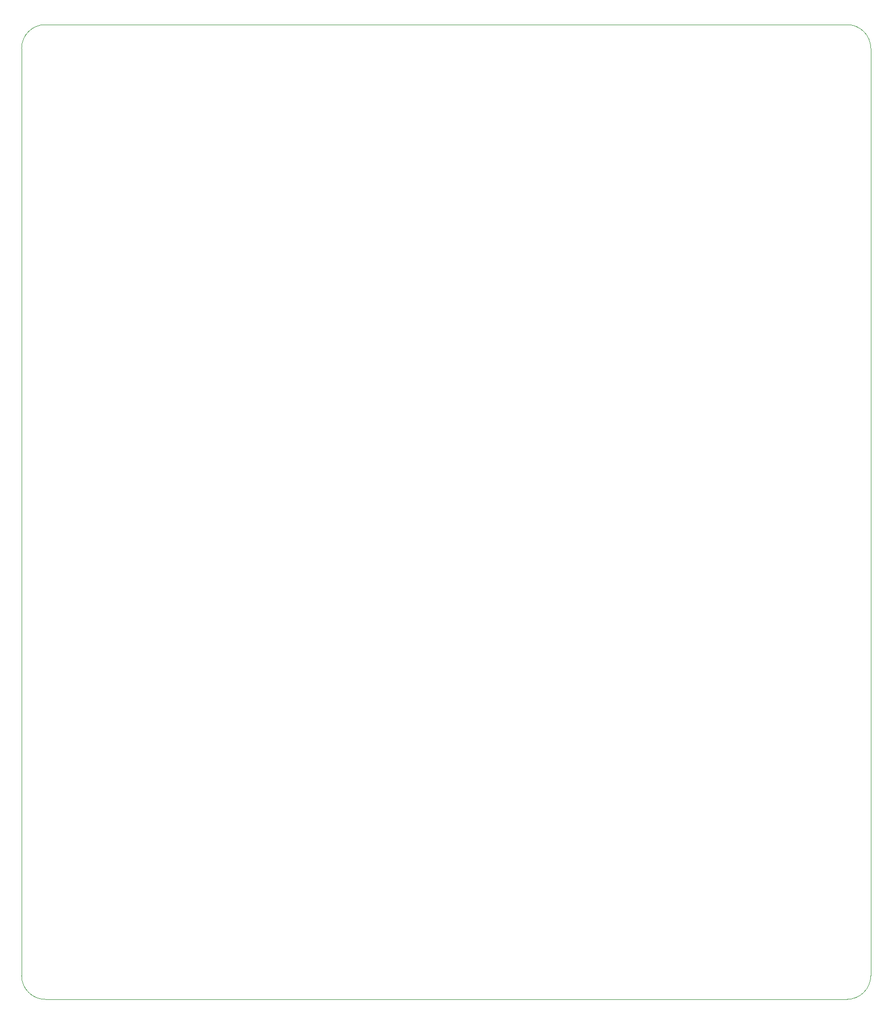
<source format=gko>
%TF.GenerationSoftware,KiCad,Pcbnew,7.0.9*%
%TF.CreationDate,2023-12-25T16:10:33+05:30*%
%TF.ProjectId,Custom_BMP,43757374-6f6d-45f4-924d-502e6b696361,rev?*%
%TF.SameCoordinates,Original*%
%TF.FileFunction,Profile,NP*%
%FSLAX46Y46*%
G04 Gerber Fmt 4.6, Leading zero omitted, Abs format (unit mm)*
G04 Created by KiCad (PCBNEW 7.0.9) date 2023-12-25 16:10:33*
%MOMM*%
%LPD*%
G01*
G04 APERTURE LIST*
%TA.AperFunction,Profile*%
%ADD10C,0.100000*%
%TD*%
G04 APERTURE END LIST*
D10*
X165000000Y-19000000D02*
X30000000Y-19000000D01*
X26000000Y-23000000D02*
X26000000Y-179000000D01*
X26000000Y-179000000D02*
G75*
G03*
X30000000Y-183000000I4000000J0D01*
G01*
X30000000Y-19000000D02*
G75*
G03*
X26000000Y-23000000I0J-4000000D01*
G01*
X165000000Y-183000000D02*
G75*
G03*
X169000000Y-179000000I0J4000000D01*
G01*
X169000000Y-23000000D02*
G75*
G03*
X165000000Y-19000000I-4000000J0D01*
G01*
X169000000Y-179000000D02*
X169000000Y-23000000D01*
X30000000Y-183000000D02*
X165000000Y-183000000D01*
M02*

</source>
